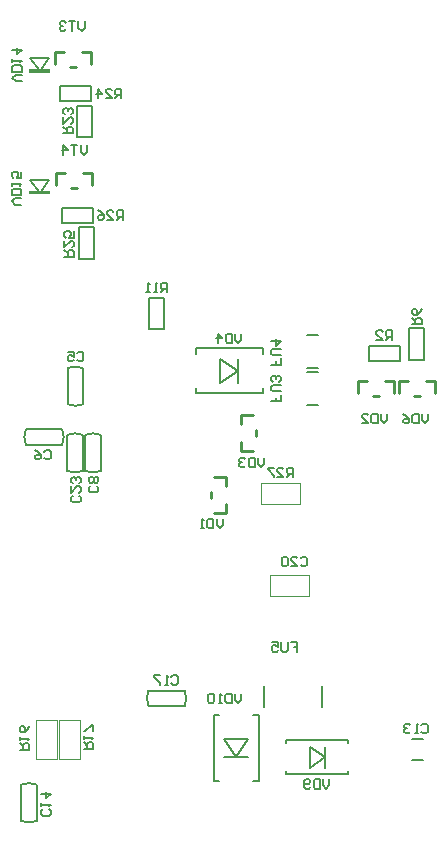
<source format=gbo>
G04 Layer_Color=32896*
%FSLAX24Y24*%
%MOIN*%
G70*
G01*
G75*
%ADD33C,0.0079*%
%ADD61C,0.0070*%
%ADD63C,0.0100*%
%ADD66C,0.0039*%
%ADD67C,0.0050*%
%ADD106C,0.0067*%
G36*
X35360Y40341D02*
X34640D01*
Y40451D01*
X35360D01*
Y40341D01*
D02*
G37*
G36*
Y44396D02*
X34640D01*
Y44506D01*
X35360D01*
Y44396D01*
D02*
G37*
D33*
X42431Y33711D02*
Y33898D01*
Y35020D02*
Y35207D01*
X40226Y33711D02*
Y33898D01*
Y35020D02*
Y35207D01*
Y33711D02*
X42431D01*
X40226Y35207D02*
X42431D01*
X43927Y34547D02*
X44282D01*
X43927Y35650D02*
X44282D01*
X43927Y33307D02*
X44282D01*
X43927Y34409D02*
X44282D01*
X40807Y20797D02*
X40994D01*
X42116D02*
X42303D01*
X40807Y23002D02*
X40994D01*
X42116D02*
X42303D01*
X40807Y20797D02*
Y23002D01*
X42303Y20797D02*
Y23002D01*
X43209Y21014D02*
X45295D01*
X43209Y22156D02*
X45295D01*
Y21014D02*
Y21122D01*
Y22047D02*
Y22156D01*
X43209Y21014D02*
Y21122D01*
Y22047D02*
Y22156D01*
X44409Y23248D02*
Y23957D01*
X42480Y23248D02*
Y23957D01*
X34670Y44876D02*
X35000Y44446D01*
X35330Y44876D01*
X34670D02*
X35330D01*
X34670Y40821D02*
X35000Y40391D01*
X35330Y40821D01*
X34670D02*
X35330D01*
X47953Y33022D02*
Y32812D01*
X47848Y32707D01*
X47743Y32812D01*
Y33022D01*
X47638D02*
Y32707D01*
X47480D01*
X47428Y32759D01*
Y32969D01*
X47480Y33022D01*
X47638D01*
X47113D02*
X47218Y32969D01*
X47323Y32864D01*
Y32759D01*
X47271Y32707D01*
X47166D01*
X47113Y32759D01*
Y32812D01*
X47166Y32864D01*
X47323D01*
X36247Y35036D02*
X36299Y35088D01*
X36404D01*
X36457Y35036D01*
Y34826D01*
X36404Y34774D01*
X36299D01*
X36247Y34826D01*
X35932Y35088D02*
X36142D01*
Y34931D01*
X36037Y34984D01*
X35984D01*
X35932Y34931D01*
Y34826D01*
X35984Y34774D01*
X36089D01*
X36142Y34826D01*
X35154Y31768D02*
X35207Y31821D01*
X35312D01*
X35364Y31768D01*
Y31558D01*
X35312Y31506D01*
X35207D01*
X35154Y31558D01*
X34839Y31821D02*
X34944Y31768D01*
X35049Y31663D01*
Y31558D01*
X34997Y31506D01*
X34892D01*
X34839Y31558D01*
Y31611D01*
X34892Y31663D01*
X35049D01*
X36906Y30613D02*
X36959Y30561D01*
Y30456D01*
X36906Y30404D01*
X36696D01*
X36644Y30456D01*
Y30561D01*
X36696Y30613D01*
X36906Y30718D02*
X36959Y30771D01*
Y30876D01*
X36906Y30928D01*
X36854D01*
X36801Y30876D01*
X36749Y30928D01*
X36696D01*
X36644Y30876D01*
Y30771D01*
X36696Y30718D01*
X36749D01*
X36801Y30771D01*
X36854Y30718D01*
X36906D01*
X36801Y30771D02*
Y30876D01*
X47723Y22644D02*
X47776Y22697D01*
X47881D01*
X47933Y22644D01*
Y22434D01*
X47881Y22382D01*
X47776D01*
X47723Y22434D01*
X47618Y22382D02*
X47513D01*
X47566D01*
Y22697D01*
X47618Y22644D01*
X47356D02*
X47303Y22697D01*
X47198D01*
X47146Y22644D01*
Y22592D01*
X47198Y22539D01*
X47251D01*
X47198D01*
X47146Y22487D01*
Y22434D01*
X47198Y22382D01*
X47303D01*
X47356Y22434D01*
X35312Y19836D02*
X35364Y19783D01*
Y19678D01*
X35312Y19626D01*
X35102D01*
X35049Y19678D01*
Y19783D01*
X35102Y19836D01*
X35049Y19941D02*
Y20046D01*
Y19993D01*
X35364D01*
X35312Y19941D01*
X35049Y20361D02*
X35364D01*
X35207Y20203D01*
Y20413D01*
X39396Y24258D02*
X39449Y24311D01*
X39554D01*
X39606Y24258D01*
Y24049D01*
X39554Y23996D01*
X39449D01*
X39396Y24049D01*
X39291Y23996D02*
X39186D01*
X39239D01*
Y24311D01*
X39291Y24258D01*
X39029Y24311D02*
X38819D01*
Y24258D01*
X39029Y24049D01*
Y23996D01*
X43700Y28204D02*
X43753Y28257D01*
X43858D01*
X43910Y28204D01*
Y27994D01*
X43858Y27942D01*
X43753D01*
X43700Y27994D01*
X43385Y27942D02*
X43595D01*
X43385Y28152D01*
Y28204D01*
X43438Y28257D01*
X43543D01*
X43595Y28204D01*
X43280D02*
X43228Y28257D01*
X43123D01*
X43071Y28204D01*
Y27994D01*
X43123Y27942D01*
X43228D01*
X43280Y27994D01*
Y28204D01*
X43041Y33665D02*
Y33455D01*
X42884D01*
Y33560D01*
Y33455D01*
X42726D01*
X43041Y33770D02*
X42779D01*
X42726Y33822D01*
Y33927D01*
X42779Y33979D01*
X43041D01*
X42989Y34084D02*
X43041Y34137D01*
Y34242D01*
X42989Y34294D01*
X42936D01*
X42884Y34242D01*
Y34189D01*
Y34242D01*
X42831Y34294D01*
X42779D01*
X42726Y34242D01*
Y34137D01*
X42779Y34084D01*
X43031Y34875D02*
Y34665D01*
X42874D01*
Y34770D01*
Y34665D01*
X42717D01*
X43031Y34980D02*
X42769D01*
X42717Y35033D01*
Y35138D01*
X42769Y35190D01*
X43031D01*
X42717Y35452D02*
X43031D01*
X42874Y35295D01*
Y35505D01*
X43373Y25413D02*
X43583D01*
Y25256D01*
X43478D01*
X43583D01*
Y25098D01*
X43268Y25413D02*
Y25151D01*
X43215Y25098D01*
X43110D01*
X43058Y25151D01*
Y25413D01*
X42743D02*
X42953D01*
Y25256D01*
X42848Y25308D01*
X42796D01*
X42743Y25256D01*
Y25151D01*
X42796Y25098D01*
X42900D01*
X42953Y25151D01*
X46752Y35492D02*
Y35807D01*
X46595D01*
X46542Y35755D01*
Y35650D01*
X46595Y35597D01*
X46752D01*
X46647D02*
X46542Y35492D01*
X46227D02*
X46437D01*
X46227Y35702D01*
Y35755D01*
X46280Y35807D01*
X46385D01*
X46437Y35755D01*
X47421Y36004D02*
X47736D01*
Y36161D01*
X47684Y36214D01*
X47579D01*
X47526Y36161D01*
Y36004D01*
Y36109D02*
X47421Y36214D01*
X47736Y36529D02*
X47684Y36424D01*
X47579Y36319D01*
X47474D01*
X47421Y36371D01*
Y36476D01*
X47474Y36529D01*
X47526D01*
X47579Y36476D01*
Y36319D01*
X39242Y37077D02*
Y37392D01*
X39085D01*
X39032Y37339D01*
Y37234D01*
X39085Y37182D01*
X39242D01*
X39137D02*
X39032Y37077D01*
X38927D02*
X38822D01*
X38875D01*
Y37392D01*
X38927Y37339D01*
X38665Y37077D02*
X38560D01*
X38612D01*
Y37392D01*
X38665Y37339D01*
X34341Y21831D02*
X34655D01*
Y21988D01*
X34603Y22041D01*
X34498D01*
X34446Y21988D01*
Y21831D01*
Y21936D02*
X34341Y22041D01*
Y22146D02*
Y22251D01*
Y22198D01*
X34655D01*
X34603Y22146D01*
X34655Y22618D02*
X34603Y22513D01*
X34498Y22408D01*
X34393D01*
X34341Y22460D01*
Y22565D01*
X34393Y22618D01*
X34446D01*
X34498Y22565D01*
Y22408D01*
X36476Y21860D02*
X36791D01*
Y22018D01*
X36739Y22070D01*
X36634D01*
X36581Y22018D01*
Y21860D01*
Y21965D02*
X36476Y22070D01*
Y22175D02*
Y22280D01*
Y22228D01*
X36791D01*
X36739Y22175D01*
X36791Y22437D02*
Y22647D01*
X36739D01*
X36529Y22437D01*
X36476D01*
X35797Y42382D02*
X36112D01*
Y42539D01*
X36060Y42592D01*
X35955D01*
X35902Y42539D01*
Y42382D01*
Y42487D02*
X35797Y42592D01*
Y42907D02*
Y42697D01*
X36007Y42907D01*
X36060D01*
X36112Y42854D01*
Y42749D01*
X36060Y42697D01*
Y43012D02*
X36112Y43064D01*
Y43169D01*
X36060Y43222D01*
X36007D01*
X35955Y43169D01*
Y43117D01*
Y43169D01*
X35902Y43222D01*
X35850D01*
X35797Y43169D01*
Y43064D01*
X35850Y43012D01*
X37726Y43543D02*
Y43858D01*
X37569D01*
X37516Y43806D01*
Y43701D01*
X37569Y43648D01*
X37726D01*
X37621D02*
X37516Y43543D01*
X37202D02*
X37412D01*
X37202Y43753D01*
Y43806D01*
X37254Y43858D01*
X37359D01*
X37412Y43806D01*
X36939Y43543D02*
Y43858D01*
X37097Y43701D01*
X36887D01*
X35827Y38268D02*
X36142D01*
Y38425D01*
X36089Y38478D01*
X35984D01*
X35932Y38425D01*
Y38268D01*
Y38373D02*
X35827Y38478D01*
Y38792D02*
Y38583D01*
X36037Y38792D01*
X36089D01*
X36142Y38740D01*
Y38635D01*
X36089Y38583D01*
X36142Y39107D02*
Y38897D01*
X35984D01*
X36037Y39002D01*
Y39055D01*
X35984Y39107D01*
X35879D01*
X35827Y39055D01*
Y38950D01*
X35879Y38897D01*
X37776Y39488D02*
Y39803D01*
X37618D01*
X37566Y39751D01*
Y39646D01*
X37618Y39593D01*
X37776D01*
X37671D02*
X37566Y39488D01*
X37251D02*
X37461D01*
X37251Y39698D01*
Y39751D01*
X37303Y39803D01*
X37408D01*
X37461Y39751D01*
X36936Y39803D02*
X37041Y39751D01*
X37146Y39646D01*
Y39541D01*
X37093Y39488D01*
X36988D01*
X36936Y39541D01*
Y39593D01*
X36988Y39646D01*
X37146D01*
X41112Y29527D02*
Y29318D01*
X41007Y29213D01*
X40902Y29318D01*
Y29527D01*
X40797D02*
Y29213D01*
X40640D01*
X40587Y29265D01*
Y29475D01*
X40640Y29527D01*
X40797D01*
X40482Y29213D02*
X40378D01*
X40430D01*
Y29527D01*
X40482Y29475D01*
X46585Y33031D02*
Y32821D01*
X46480Y32717D01*
X46375Y32821D01*
Y33031D01*
X46270D02*
Y32717D01*
X46112D01*
X46060Y32769D01*
Y32979D01*
X46112Y33031D01*
X46270D01*
X45745Y32717D02*
X45955D01*
X45745Y32926D01*
Y32979D01*
X45798Y33031D01*
X45902D01*
X45955Y32979D01*
X42490Y31565D02*
Y31355D01*
X42385Y31250D01*
X42280Y31355D01*
Y31565D01*
X42175D02*
Y31250D01*
X42018D01*
X41965Y31302D01*
Y31512D01*
X42018Y31565D01*
X42175D01*
X41860Y31512D02*
X41808Y31565D01*
X41703D01*
X41651Y31512D01*
Y31460D01*
X41703Y31407D01*
X41755D01*
X41703D01*
X41651Y31355D01*
Y31302D01*
X41703Y31250D01*
X41808D01*
X41860Y31302D01*
X41722Y35699D02*
Y35489D01*
X41617Y35384D01*
X41513Y35489D01*
Y35699D01*
X41408D02*
Y35384D01*
X41250D01*
X41198Y35436D01*
Y35646D01*
X41250Y35699D01*
X41408D01*
X40935Y35384D02*
Y35699D01*
X41093Y35541D01*
X40883D01*
X44656Y20846D02*
Y20636D01*
X44551Y20531D01*
X44446Y20636D01*
Y20846D01*
X44341D02*
Y20531D01*
X44183D01*
X44131Y20584D01*
Y20794D01*
X44183Y20846D01*
X44341D01*
X44026Y20584D02*
X43973Y20531D01*
X43868D01*
X43816Y20584D01*
Y20794D01*
X43868Y20846D01*
X43973D01*
X44026Y20794D01*
Y20741D01*
X43973Y20689D01*
X43816D01*
X41713Y23701D02*
Y23491D01*
X41608Y23386D01*
X41503Y23491D01*
Y23701D01*
X41398D02*
Y23386D01*
X41240D01*
X41188Y23438D01*
Y23648D01*
X41240Y23701D01*
X41398D01*
X41083Y23386D02*
X40978D01*
X41030D01*
Y23701D01*
X41083Y23648D01*
X40820D02*
X40768Y23701D01*
X40663D01*
X40611Y23648D01*
Y23438D01*
X40663Y23386D01*
X40768D01*
X40820Y23438D01*
Y23648D01*
X34409Y44114D02*
X34199D01*
X34094Y44219D01*
X34199Y44324D01*
X34409D01*
Y44429D02*
X34094D01*
Y44586D01*
X34147Y44639D01*
X34357D01*
X34409Y44586D01*
Y44429D01*
X34094Y44744D02*
Y44849D01*
Y44796D01*
X34409D01*
X34357Y44744D01*
X34094Y45164D02*
X34409D01*
X34252Y45006D01*
Y45216D01*
X34390Y40000D02*
X34180D01*
X34075Y40105D01*
X34180Y40210D01*
X34390D01*
Y40315D02*
X34075D01*
Y40472D01*
X34127Y40525D01*
X34337D01*
X34390Y40472D01*
Y40315D01*
X34075Y40630D02*
Y40735D01*
Y40682D01*
X34390D01*
X34337Y40630D01*
X34390Y41102D02*
Y40892D01*
X34232D01*
X34285Y40997D01*
Y41050D01*
X34232Y41102D01*
X34127D01*
X34075Y41050D01*
Y40945D01*
X34127Y40892D01*
X36503Y46112D02*
Y45902D01*
X36398Y45797D01*
X36293Y45902D01*
Y46112D01*
X36188D02*
X35978D01*
X36083D01*
Y45797D01*
X35873Y46060D02*
X35821Y46112D01*
X35716D01*
X35664Y46060D01*
Y46007D01*
X35716Y45955D01*
X35768D01*
X35716D01*
X35664Y45902D01*
Y45850D01*
X35716Y45797D01*
X35821D01*
X35873Y45850D01*
X36575Y41978D02*
Y41768D01*
X36470Y41663D01*
X36365Y41768D01*
Y41978D01*
X36260D02*
X36050D01*
X36155D01*
Y41663D01*
X35788D02*
Y41978D01*
X35945Y41821D01*
X35735D01*
X36316Y30289D02*
X36368Y30236D01*
Y30131D01*
X36316Y30079D01*
X36106D01*
X36053Y30131D01*
Y30236D01*
X36106Y30289D01*
X36053Y30604D02*
Y30394D01*
X36263Y30604D01*
X36316D01*
X36368Y30551D01*
Y30446D01*
X36316Y30394D01*
Y30708D02*
X36368Y30761D01*
Y30866D01*
X36316Y30918D01*
X36263D01*
X36211Y30866D01*
Y30813D01*
Y30866D01*
X36158Y30918D01*
X36106D01*
X36053Y30866D01*
Y30761D01*
X36106Y30708D01*
X43445Y30915D02*
Y31230D01*
X43287D01*
X43235Y31178D01*
Y31073D01*
X43287Y31020D01*
X43445D01*
X43340D02*
X43235Y30915D01*
X42920D02*
X43130D01*
X42920Y31125D01*
Y31178D01*
X42973Y31230D01*
X43078D01*
X43130Y31178D01*
X42815Y31230D02*
X42605D01*
Y31178D01*
X42815Y30968D01*
Y30915D01*
D61*
X35751Y31998D02*
G03*
X35752Y32509I-608J256D01*
G01*
X34544D02*
G03*
X34545Y31998I609J-255D01*
G01*
X36447Y34551D02*
G03*
X35936Y34551I-256J-608D01*
G01*
Y33343D02*
G03*
X36447Y33344I255J609D01*
G01*
X36526Y31119D02*
G03*
X37036Y31119I256J608D01*
G01*
Y32327D02*
G03*
X36526Y32326I-255J-609D01*
G01*
X36437D02*
G03*
X35926Y32327I-256J-608D01*
G01*
Y31119D02*
G03*
X36437Y31119I255J609D01*
G01*
X38628Y23799D02*
G03*
X38628Y23289I608J-256D01*
G01*
X39836D02*
G03*
X39835Y23799I-609J255D01*
G01*
X34901Y20663D02*
G03*
X34391Y20663I-256J-608D01*
G01*
Y19456D02*
G03*
X34901Y19456I255J609D01*
G01*
X34547Y31998D02*
X35748D01*
X34548Y32509D02*
X35748D01*
X36447Y33346D02*
Y34547D01*
X35936Y33347D02*
Y34547D01*
X36526Y31123D02*
Y32324D01*
X37036Y31123D02*
Y32323D01*
X36437Y31122D02*
Y32323D01*
X35926Y31123D02*
Y32323D01*
X39154Y35846D02*
Y36890D01*
X38642Y35846D02*
Y36890D01*
X39154D01*
X38642Y35846D02*
X39154D01*
X45984Y35285D02*
X47028D01*
X45984Y34774D02*
X47028D01*
X45984D02*
Y35285D01*
X47028Y34774D02*
Y35285D01*
X47313Y34833D02*
Y35876D01*
X47825Y34833D02*
Y35876D01*
X47313Y34833D02*
X47825D01*
X47313Y35876D02*
X47825D01*
X38632Y23799D02*
X39833D01*
X38632Y23288D02*
X39832D01*
X34902Y19459D02*
Y20659D01*
X34391Y19459D02*
Y20659D01*
X36821Y38199D02*
Y39242D01*
X36309Y38199D02*
Y39242D01*
X36821D01*
X36309Y38199D02*
X36821D01*
X35738Y39390D02*
X36781D01*
X35738Y39902D02*
X36781D01*
Y39390D02*
Y39902D01*
X35738Y39390D02*
Y39902D01*
X36762Y42254D02*
Y43297D01*
X36250Y42254D02*
Y43297D01*
X36762D01*
X36250Y42254D02*
X36762D01*
X35679Y43445D02*
X36722D01*
X35679Y43957D02*
X36722D01*
Y43445D02*
Y43957D01*
X35679Y43445D02*
Y43957D01*
D63*
X41706Y32692D02*
Y32992D01*
Y31792D02*
X42106D01*
X41706D02*
Y32092D01*
X42206Y32292D02*
Y32492D01*
X41706Y32992D02*
X42106D01*
X45604Y33735D02*
Y34135D01*
X45904D01*
X46804Y33735D02*
Y34135D01*
X46504D02*
X46804D01*
X46104Y33635D02*
X46304D01*
X46972Y33735D02*
Y34135D01*
X47272D01*
X48172Y33735D02*
Y34135D01*
X47872D02*
X48172D01*
X47472Y33635D02*
X47672D01*
X41207Y29725D02*
Y30025D01*
X40807Y30925D02*
X41207D01*
Y30625D02*
Y30925D01*
X40707Y30225D02*
Y30425D01*
X40807Y29725D02*
X41207D01*
X36461Y41050D02*
X36761D01*
X35561Y40650D02*
Y41050D01*
X35861D01*
X36061Y40550D02*
X36261D01*
X36761Y40650D02*
Y41050D01*
X36406Y45090D02*
X36706D01*
X35506Y44690D02*
Y45090D01*
X35806D01*
X36006Y44590D02*
X36206D01*
X36706Y44690D02*
Y45090D01*
D66*
X43967Y26939D02*
Y27648D01*
X42667Y26939D02*
Y27648D01*
X43967D01*
X42667Y26939D02*
X43967D01*
X34866Y21518D02*
X35567D01*
X34866Y22833D02*
X35567D01*
X34866Y21518D02*
Y22833D01*
X35567Y21518D02*
Y22833D01*
X35654Y21518D02*
X36354D01*
X35654Y22833D02*
X36354D01*
X35654Y21518D02*
Y22833D01*
X36354Y21518D02*
Y22833D01*
X43679Y30033D02*
Y30734D01*
X42364Y30033D02*
Y30734D01*
Y30033D02*
X43679D01*
X42364Y30734D02*
X43679D01*
D67*
X41629Y34059D02*
Y34859D01*
X41029Y34059D02*
Y34859D01*
X41629Y34459D01*
X41029Y34059D02*
X41629Y34459D01*
X41155Y21600D02*
X41955D01*
X41155Y22200D02*
X41955D01*
X41555Y21600D02*
X41955Y22200D01*
X41155D02*
X41555Y21600D01*
X44002Y21235D02*
X44502Y21585D01*
X44002Y21935D02*
X44502Y21585D01*
Y21235D02*
Y21935D01*
X44002Y21235D02*
Y21935D01*
D106*
X47421Y22185D02*
X47776D01*
X47421Y21476D02*
X47776D01*
M02*

</source>
